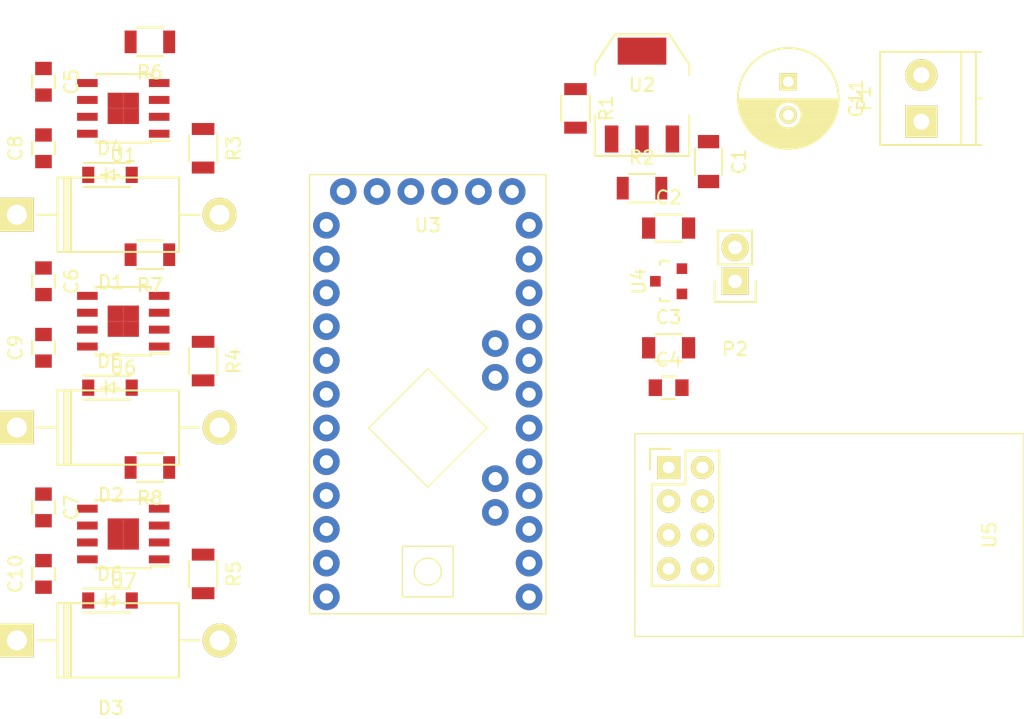
<source format=kicad_pcb>
(kicad_pcb (version 4) (host pcbnew 4.0.4-stable)

  (general
    (links 86)
    (no_connects 86)
    (area 0 0 0 0)
    (thickness 1.6)
    (drawings 0)
    (tracks 0)
    (zones 0)
    (modules 34)
    (nets 29)
  )

  (page A4)
  (title_block
    (title ZenGardenStar)
    (date 2017-03-04)
    (rev A)
    (company D.O.P.E.)
    (comment 1 "Matthew Swarts")
  )

  (layers
    (0 F.Cu signal)
    (31 B.Cu signal)
    (32 B.Adhes user)
    (33 F.Adhes user)
    (34 B.Paste user)
    (35 F.Paste user)
    (36 B.SilkS user)
    (37 F.SilkS user)
    (38 B.Mask user)
    (39 F.Mask user)
    (40 Dwgs.User user)
    (41 Cmts.User user)
    (42 Eco1.User user)
    (43 Eco2.User user)
    (44 Edge.Cuts user)
    (45 Margin user)
    (46 B.CrtYd user)
    (47 F.CrtYd user)
    (48 B.Fab user)
    (49 F.Fab user)
  )

  (setup
    (last_trace_width 0.3)
    (user_trace_width 0.6)
    (user_trace_width 0.9)
    (trace_clearance 0.8)
    (zone_clearance 0.508)
    (zone_45_only no)
    (trace_min 0.2)
    (segment_width 0.2)
    (edge_width 0.15)
    (via_size 0.6)
    (via_drill 0.4)
    (via_min_size 0.4)
    (via_min_drill 0.3)
    (uvia_size 0.3)
    (uvia_drill 0.1)
    (uvias_allowed no)
    (uvia_min_size 0.2)
    (uvia_min_drill 0.1)
    (pcb_text_width 0.3)
    (pcb_text_size 1.5 1.5)
    (mod_edge_width 0.15)
    (mod_text_size 1 1)
    (mod_text_width 0.15)
    (pad_size 1.524 1.524)
    (pad_drill 0.762)
    (pad_to_mask_clearance 0.2)
    (aux_axis_origin 0 0)
    (visible_elements 7FFFFFFF)
    (pcbplotparams
      (layerselection 0x00030_80000001)
      (usegerberextensions false)
      (excludeedgelayer true)
      (linewidth 0.100000)
      (plotframeref false)
      (viasonmask false)
      (mode 1)
      (useauxorigin false)
      (hpglpennumber 1)
      (hpglpenspeed 20)
      (hpglpendiameter 15)
      (hpglpenoverlay 2)
      (psnegative false)
      (psa4output false)
      (plotreference true)
      (plotvalue true)
      (plotinvisibletext false)
      (padsonsilk false)
      (subtractmaskfromsilk false)
      (outputformat 1)
      (mirror false)
      (drillshape 1)
      (scaleselection 1)
      (outputdirectory ""))
  )

  (net 0 "")
  (net 1 V36)
  (net 2 GND)
  (net 3 V50)
  (net 4 V33)
  (net 5 "Net-(R1-Pad2)")
  (net 6 PWM_R)
  (net 7 CE)
  (net 8 SCK)
  (net 9 MISO)
  (net 10 MOSI)
  (net 11 CSN)
  (net 12 "Net-(C5-Pad1)")
  (net 13 "Net-(C6-Pad1)")
  (net 14 "Net-(C7-Pad1)")
  (net 15 "Net-(C8-Pad1)")
  (net 16 "Net-(C8-Pad2)")
  (net 17 "Net-(C9-Pad1)")
  (net 18 "Net-(C9-Pad2)")
  (net 19 "Net-(C10-Pad1)")
  (net 20 "Net-(C10-Pad2)")
  (net 21 "Net-(R3-Pad1)")
  (net 22 "Net-(R4-Pad1)")
  (net 23 "Net-(R5-Pad1)")
  (net 24 "Net-(R6-Pad1)")
  (net 25 "Net-(R7-Pad1)")
  (net 26 "Net-(R8-Pad1)")
  (net 27 PWM_B)
  (net 28 PWM_G)

  (net_class Default "This is the default net class."
    (clearance 0.8)
    (trace_width 0.3)
    (via_dia 0.6)
    (via_drill 0.4)
    (uvia_dia 0.3)
    (uvia_drill 0.1)
    (add_net CE)
    (add_net CSN)
    (add_net GND)
    (add_net MISO)
    (add_net MOSI)
    (add_net "Net-(C10-Pad1)")
    (add_net "Net-(C10-Pad2)")
    (add_net "Net-(C5-Pad1)")
    (add_net "Net-(C6-Pad1)")
    (add_net "Net-(C7-Pad1)")
    (add_net "Net-(C8-Pad1)")
    (add_net "Net-(C8-Pad2)")
    (add_net "Net-(C9-Pad1)")
    (add_net "Net-(C9-Pad2)")
    (add_net "Net-(R1-Pad2)")
    (add_net "Net-(R3-Pad1)")
    (add_net "Net-(R4-Pad1)")
    (add_net "Net-(R5-Pad1)")
    (add_net "Net-(R6-Pad1)")
    (add_net "Net-(R7-Pad1)")
    (add_net "Net-(R8-Pad1)")
    (add_net PWM_B)
    (add_net PWM_G)
    (add_net PWM_R)
    (add_net SCK)
    (add_net V33)
    (add_net V36)
    (add_net V50)
  )

  (module Capacitors_SMD:C_1206 (layer F.Cu) (tedit 5415D7BD) (tstamp 58BB9A6B)
    (at 163 77 270)
    (descr "Capacitor SMD 1206, reflow soldering, AVX (see smccp.pdf)")
    (tags "capacitor 1206")
    (path /58BB93B9)
    (attr smd)
    (fp_text reference C1 (at 0 -2.3 270) (layer F.SilkS)
      (effects (font (size 1 1) (thickness 0.15)))
    )
    (fp_text value "10uF 50V" (at 0 2.3 270) (layer F.Fab)
      (effects (font (size 1 1) (thickness 0.15)))
    )
    (fp_line (start -2.3 -1.15) (end 2.3 -1.15) (layer F.CrtYd) (width 0.05))
    (fp_line (start -2.3 1.15) (end 2.3 1.15) (layer F.CrtYd) (width 0.05))
    (fp_line (start -2.3 -1.15) (end -2.3 1.15) (layer F.CrtYd) (width 0.05))
    (fp_line (start 2.3 -1.15) (end 2.3 1.15) (layer F.CrtYd) (width 0.05))
    (fp_line (start 1 -1.025) (end -1 -1.025) (layer F.SilkS) (width 0.15))
    (fp_line (start -1 1.025) (end 1 1.025) (layer F.SilkS) (width 0.15))
    (pad 1 smd rect (at -1.5 0 270) (size 1 1.6) (layers F.Cu F.Paste F.Mask)
      (net 1 V36))
    (pad 2 smd rect (at 1.5 0 270) (size 1 1.6) (layers F.Cu F.Paste F.Mask)
      (net 2 GND))
    (model Capacitors_SMD.3dshapes/C_1206.wrl
      (at (xyz 0 0 0))
      (scale (xyz 1 1 1))
      (rotate (xyz 0 0 0))
    )
  )

  (module Capacitors_SMD:C_1206 (layer F.Cu) (tedit 5415D7BD) (tstamp 58BB9A71)
    (at 160 82)
    (descr "Capacitor SMD 1206, reflow soldering, AVX (see smccp.pdf)")
    (tags "capacitor 1206")
    (path /58BB9BC3)
    (attr smd)
    (fp_text reference C2 (at 0 -2.3) (layer F.SilkS)
      (effects (font (size 1 1) (thickness 0.15)))
    )
    (fp_text value "10uF 10V" (at 0 2.3) (layer F.Fab)
      (effects (font (size 1 1) (thickness 0.15)))
    )
    (fp_line (start -2.3 -1.15) (end 2.3 -1.15) (layer F.CrtYd) (width 0.05))
    (fp_line (start -2.3 1.15) (end 2.3 1.15) (layer F.CrtYd) (width 0.05))
    (fp_line (start -2.3 -1.15) (end -2.3 1.15) (layer F.CrtYd) (width 0.05))
    (fp_line (start 2.3 -1.15) (end 2.3 1.15) (layer F.CrtYd) (width 0.05))
    (fp_line (start 1 -1.025) (end -1 -1.025) (layer F.SilkS) (width 0.15))
    (fp_line (start -1 1.025) (end 1 1.025) (layer F.SilkS) (width 0.15))
    (pad 1 smd rect (at -1.5 0) (size 1 1.6) (layers F.Cu F.Paste F.Mask)
      (net 3 V50))
    (pad 2 smd rect (at 1.5 0) (size 1 1.6) (layers F.Cu F.Paste F.Mask)
      (net 2 GND))
    (model Capacitors_SMD.3dshapes/C_1206.wrl
      (at (xyz 0 0 0))
      (scale (xyz 1 1 1))
      (rotate (xyz 0 0 0))
    )
  )

  (module Capacitors_SMD:C_1206 (layer F.Cu) (tedit 5415D7BD) (tstamp 58BB9A77)
    (at 160 91)
    (descr "Capacitor SMD 1206, reflow soldering, AVX (see smccp.pdf)")
    (tags "capacitor 1206")
    (path /58BB73D6)
    (attr smd)
    (fp_text reference C3 (at 0 -2.3) (layer F.SilkS)
      (effects (font (size 1 1) (thickness 0.15)))
    )
    (fp_text value 10uF (at 0 2.3) (layer F.Fab)
      (effects (font (size 1 1) (thickness 0.15)))
    )
    (fp_line (start -2.3 -1.15) (end 2.3 -1.15) (layer F.CrtYd) (width 0.05))
    (fp_line (start -2.3 1.15) (end 2.3 1.15) (layer F.CrtYd) (width 0.05))
    (fp_line (start -2.3 -1.15) (end -2.3 1.15) (layer F.CrtYd) (width 0.05))
    (fp_line (start 2.3 -1.15) (end 2.3 1.15) (layer F.CrtYd) (width 0.05))
    (fp_line (start 1 -1.025) (end -1 -1.025) (layer F.SilkS) (width 0.15))
    (fp_line (start -1 1.025) (end 1 1.025) (layer F.SilkS) (width 0.15))
    (pad 1 smd rect (at -1.5 0) (size 1 1.6) (layers F.Cu F.Paste F.Mask)
      (net 4 V33))
    (pad 2 smd rect (at 1.5 0) (size 1 1.6) (layers F.Cu F.Paste F.Mask)
      (net 2 GND))
    (model Capacitors_SMD.3dshapes/C_1206.wrl
      (at (xyz 0 0 0))
      (scale (xyz 1 1 1))
      (rotate (xyz 0 0 0))
    )
  )

  (module Capacitors_SMD:C_0805 (layer F.Cu) (tedit 5415D6EA) (tstamp 58BB9A7D)
    (at 160 94)
    (descr "Capacitor SMD 0805, reflow soldering, AVX (see smccp.pdf)")
    (tags "capacitor 0805")
    (path /58BB7372)
    (attr smd)
    (fp_text reference C4 (at 0 -2.1) (layer F.SilkS)
      (effects (font (size 1 1) (thickness 0.15)))
    )
    (fp_text value 0.1uF (at 0 2.1) (layer F.Fab)
      (effects (font (size 1 1) (thickness 0.15)))
    )
    (fp_line (start -1.8 -1) (end 1.8 -1) (layer F.CrtYd) (width 0.05))
    (fp_line (start -1.8 1) (end 1.8 1) (layer F.CrtYd) (width 0.05))
    (fp_line (start -1.8 -1) (end -1.8 1) (layer F.CrtYd) (width 0.05))
    (fp_line (start 1.8 -1) (end 1.8 1) (layer F.CrtYd) (width 0.05))
    (fp_line (start 0.5 -0.85) (end -0.5 -0.85) (layer F.SilkS) (width 0.15))
    (fp_line (start -0.5 0.85) (end 0.5 0.85) (layer F.SilkS) (width 0.15))
    (pad 1 smd rect (at -1 0) (size 1 1.25) (layers F.Cu F.Paste F.Mask)
      (net 4 V33))
    (pad 2 smd rect (at 1 0) (size 1 1.25) (layers F.Cu F.Paste F.Mask)
      (net 2 GND))
    (model Capacitors_SMD.3dshapes/C_0805.wrl
      (at (xyz 0 0 0))
      (scale (xyz 1 1 1))
      (rotate (xyz 0 0 0))
    )
  )

  (module Terminal_Blocks:TerminalBlock_Pheonix_PT-3.5mm_2pol (layer F.Cu) (tedit 0) (tstamp 58BB9A83)
    (at 179 74 90)
    (descr "2-way 3.5mm pitch terminal block, Phoenix PT series")
    (path /58BB729C)
    (fp_text reference P1 (at 1.75 -4.3 90) (layer F.SilkS)
      (effects (font (size 1 1) (thickness 0.15)))
    )
    (fp_text value CONN_01X02 (at 1.75 6 90) (layer F.Fab)
      (effects (font (size 1 1) (thickness 0.15)))
    )
    (fp_line (start -1.9 -3.3) (end 5.4 -3.3) (layer F.CrtYd) (width 0.05))
    (fp_line (start -1.9 4.7) (end -1.9 -3.3) (layer F.CrtYd) (width 0.05))
    (fp_line (start 5.4 4.7) (end -1.9 4.7) (layer F.CrtYd) (width 0.05))
    (fp_line (start 5.4 -3.3) (end 5.4 4.7) (layer F.CrtYd) (width 0.05))
    (fp_line (start 1.75 4.1) (end 1.75 4.5) (layer F.SilkS) (width 0.15))
    (fp_line (start -1.75 3) (end 5.25 3) (layer F.SilkS) (width 0.15))
    (fp_line (start -1.75 4.1) (end 5.25 4.1) (layer F.SilkS) (width 0.15))
    (fp_line (start -1.75 -3.1) (end -1.75 4.5) (layer F.SilkS) (width 0.15))
    (fp_line (start 5.25 4.5) (end 5.25 -3.1) (layer F.SilkS) (width 0.15))
    (fp_line (start 5.25 -3.1) (end -1.75 -3.1) (layer F.SilkS) (width 0.15))
    (pad 2 thru_hole circle (at 3.5 0 90) (size 2.4 2.4) (drill 1.2) (layers *.Cu *.Mask F.SilkS)
      (net 1 V36))
    (pad 1 thru_hole rect (at 0 0 90) (size 2.4 2.4) (drill 1.2) (layers *.Cu *.Mask F.SilkS)
      (net 2 GND))
    (model Terminal_Blocks.3dshapes/TerminalBlock_Pheonix_PT-3.5mm_2pol.wrl
      (at (xyz 0 0 0))
      (scale (xyz 1 1 1))
      (rotate (xyz 0 0 0))
    )
  )

  (module Pin_Headers:Pin_Header_Straight_1x02 (layer F.Cu) (tedit 54EA090C) (tstamp 58BB9A89)
    (at 165 86 180)
    (descr "Through hole pin header")
    (tags "pin header")
    (path /58BBCD5F)
    (fp_text reference P2 (at 0 -5.1 180) (layer F.SilkS)
      (effects (font (size 1 1) (thickness 0.15)))
    )
    (fp_text value CONN_01X02 (at 0 -3.1 180) (layer F.Fab)
      (effects (font (size 1 1) (thickness 0.15)))
    )
    (fp_line (start 1.27 1.27) (end 1.27 3.81) (layer F.SilkS) (width 0.15))
    (fp_line (start 1.55 -1.55) (end 1.55 0) (layer F.SilkS) (width 0.15))
    (fp_line (start -1.75 -1.75) (end -1.75 4.3) (layer F.CrtYd) (width 0.05))
    (fp_line (start 1.75 -1.75) (end 1.75 4.3) (layer F.CrtYd) (width 0.05))
    (fp_line (start -1.75 -1.75) (end 1.75 -1.75) (layer F.CrtYd) (width 0.05))
    (fp_line (start -1.75 4.3) (end 1.75 4.3) (layer F.CrtYd) (width 0.05))
    (fp_line (start 1.27 1.27) (end -1.27 1.27) (layer F.SilkS) (width 0.15))
    (fp_line (start -1.55 0) (end -1.55 -1.55) (layer F.SilkS) (width 0.15))
    (fp_line (start -1.55 -1.55) (end 1.55 -1.55) (layer F.SilkS) (width 0.15))
    (fp_line (start -1.27 1.27) (end -1.27 3.81) (layer F.SilkS) (width 0.15))
    (fp_line (start -1.27 3.81) (end 1.27 3.81) (layer F.SilkS) (width 0.15))
    (pad 1 thru_hole rect (at 0 0 180) (size 2.032 2.032) (drill 1.016) (layers *.Cu *.Mask F.SilkS)
      (net 3 V50))
    (pad 2 thru_hole oval (at 0 2.54 180) (size 2.032 2.032) (drill 1.016) (layers *.Cu *.Mask F.SilkS)
      (net 4 V33))
    (model Pin_Headers.3dshapes/Pin_Header_Straight_1x02.wrl
      (at (xyz 0 -0.05 0))
      (scale (xyz 1 1 1))
      (rotate (xyz 0 0 90))
    )
  )

  (module Resistors_SMD:R_1206 (layer F.Cu) (tedit 5415CFA7) (tstamp 58BB9A8F)
    (at 153 73 270)
    (descr "Resistor SMD 1206, reflow soldering, Vishay (see dcrcw.pdf)")
    (tags "resistor 1206")
    (path /58BB9D00)
    (attr smd)
    (fp_text reference R1 (at 0 -2.3 270) (layer F.SilkS)
      (effects (font (size 1 1) (thickness 0.15)))
    )
    (fp_text value 330 (at 0 2.3 270) (layer F.Fab)
      (effects (font (size 1 1) (thickness 0.15)))
    )
    (fp_line (start -2.2 -1.2) (end 2.2 -1.2) (layer F.CrtYd) (width 0.05))
    (fp_line (start -2.2 1.2) (end 2.2 1.2) (layer F.CrtYd) (width 0.05))
    (fp_line (start -2.2 -1.2) (end -2.2 1.2) (layer F.CrtYd) (width 0.05))
    (fp_line (start 2.2 -1.2) (end 2.2 1.2) (layer F.CrtYd) (width 0.05))
    (fp_line (start 1 1.075) (end -1 1.075) (layer F.SilkS) (width 0.15))
    (fp_line (start -1 -1.075) (end 1 -1.075) (layer F.SilkS) (width 0.15))
    (pad 1 smd rect (at -1.45 0 270) (size 0.9 1.7) (layers F.Cu F.Paste F.Mask)
      (net 3 V50))
    (pad 2 smd rect (at 1.45 0 270) (size 0.9 1.7) (layers F.Cu F.Paste F.Mask)
      (net 5 "Net-(R1-Pad2)"))
    (model Resistors_SMD.3dshapes/R_1206.wrl
      (at (xyz 0 0 0))
      (scale (xyz 1 1 1))
      (rotate (xyz 0 0 0))
    )
  )

  (module Resistors_SMD:R_1206 (layer F.Cu) (tedit 5415CFA7) (tstamp 58BB9A95)
    (at 158 79)
    (descr "Resistor SMD 1206, reflow soldering, Vishay (see dcrcw.pdf)")
    (tags "resistor 1206")
    (path /58BB9D83)
    (attr smd)
    (fp_text reference R2 (at 0 -2.3) (layer F.SilkS)
      (effects (font (size 1 1) (thickness 0.15)))
    )
    (fp_text value 1K (at 0 2.3) (layer F.Fab)
      (effects (font (size 1 1) (thickness 0.15)))
    )
    (fp_line (start -2.2 -1.2) (end 2.2 -1.2) (layer F.CrtYd) (width 0.05))
    (fp_line (start -2.2 1.2) (end 2.2 1.2) (layer F.CrtYd) (width 0.05))
    (fp_line (start -2.2 -1.2) (end -2.2 1.2) (layer F.CrtYd) (width 0.05))
    (fp_line (start 2.2 -1.2) (end 2.2 1.2) (layer F.CrtYd) (width 0.05))
    (fp_line (start 1 1.075) (end -1 1.075) (layer F.SilkS) (width 0.15))
    (fp_line (start -1 -1.075) (end 1 -1.075) (layer F.SilkS) (width 0.15))
    (pad 1 smd rect (at -1.45 0) (size 0.9 1.7) (layers F.Cu F.Paste F.Mask)
      (net 5 "Net-(R1-Pad2)"))
    (pad 2 smd rect (at 1.45 0) (size 0.9 1.7) (layers F.Cu F.Paste F.Mask)
      (net 2 GND))
    (model Resistors_SMD.3dshapes/R_1206.wrl
      (at (xyz 0 0 0))
      (scale (xyz 1 1 1))
      (rotate (xyz 0 0 0))
    )
  )

  (module TO_SOT_Packages_SMD:SOT-223 (layer F.Cu) (tedit 0) (tstamp 58BB9AA9)
    (at 158 72)
    (descr "module CMS SOT223 4 pins")
    (tags "CMS SOT")
    (path /58BB9015)
    (attr smd)
    (fp_text reference U2 (at 0 -0.762) (layer F.SilkS)
      (effects (font (size 1 1) (thickness 0.15)))
    )
    (fp_text value LM317_SOT223 (at 0 0.762) (layer F.Fab)
      (effects (font (size 1 1) (thickness 0.15)))
    )
    (fp_line (start -3.556 1.524) (end -3.556 4.572) (layer F.SilkS) (width 0.15))
    (fp_line (start -3.556 4.572) (end 3.556 4.572) (layer F.SilkS) (width 0.15))
    (fp_line (start 3.556 4.572) (end 3.556 1.524) (layer F.SilkS) (width 0.15))
    (fp_line (start -3.556 -1.524) (end -3.556 -2.286) (layer F.SilkS) (width 0.15))
    (fp_line (start -3.556 -2.286) (end -2.032 -4.572) (layer F.SilkS) (width 0.15))
    (fp_line (start -2.032 -4.572) (end 2.032 -4.572) (layer F.SilkS) (width 0.15))
    (fp_line (start 2.032 -4.572) (end 3.556 -2.286) (layer F.SilkS) (width 0.15))
    (fp_line (start 3.556 -2.286) (end 3.556 -1.524) (layer F.SilkS) (width 0.15))
    (pad 4 smd rect (at 0 -3.302) (size 3.6576 2.032) (layers F.Cu F.Paste F.Mask))
    (pad 2 smd rect (at 0 3.302) (size 1.016 2.032) (layers F.Cu F.Paste F.Mask)
      (net 3 V50))
    (pad 3 smd rect (at 2.286 3.302) (size 1.016 2.032) (layers F.Cu F.Paste F.Mask)
      (net 1 V36))
    (pad 1 smd rect (at -2.286 3.302) (size 1.016 2.032) (layers F.Cu F.Paste F.Mask)
      (net 5 "Net-(R1-Pad2)"))
    (model TO_SOT_Packages_SMD.3dshapes/SOT-223.wrl
      (at (xyz 0 0 0))
      (scale (xyz 0.4 0.4 0.4))
      (rotate (xyz 0 0 0))
    )
  )

  (module MyKiCadParts:ArduinoProMini328 (layer F.Cu) (tedit 5804EFA4) (tstamp 58BB9ACF)
    (at 133 111)
    (path /58BB7402)
    (fp_text reference U3 (at 8.89 -29.21) (layer F.SilkS)
      (effects (font (size 1 1) (thickness 0.15)))
    )
    (fp_text value ArduinoProMini328 (at 8.89 -34.29) (layer F.Fab)
      (effects (font (size 1 1) (thickness 0.15)))
    )
    (fp_line (start 8.89 -18.415) (end 4.445 -13.97) (layer F.SilkS) (width 0.1))
    (fp_line (start 4.445 -13.97) (end 8.89 -9.525) (layer F.SilkS) (width 0.1))
    (fp_line (start 8.89 -9.525) (end 13.335 -13.97) (layer F.SilkS) (width 0.1))
    (fp_line (start 13.335 -13.97) (end 8.89 -18.415) (layer F.SilkS) (width 0.1))
    (fp_circle (center 8.89 -3.175) (end 9.906 -3.175) (layer F.SilkS) (width 0.1))
    (fp_line (start 6.985 -5.08) (end 6.985 -1.27) (layer F.SilkS) (width 0.1))
    (fp_line (start 6.985 -1.27) (end 10.795 -1.27) (layer F.SilkS) (width 0.1))
    (fp_line (start 10.795 -1.27) (end 10.795 -5.08) (layer F.SilkS) (width 0.1))
    (fp_line (start 10.795 -5.08) (end 6.985 -5.08) (layer F.SilkS) (width 0.1))
    (fp_line (start 0 0) (end 17.78 0) (layer F.SilkS) (width 0.1))
    (fp_line (start 17.78 0) (end 17.78 -33.02) (layer F.SilkS) (width 0.1))
    (fp_line (start 17.78 -33.02) (end 0 -33.02) (layer F.SilkS) (width 0.1))
    (fp_line (start 0 -33.02) (end 0 0) (layer F.SilkS) (width 0.1))
    (pad 12 thru_hole circle (at 1.27 -1.27) (size 2 2) (drill 1) (layers *.Cu *.Mask)
      (net 7 CE))
    (pad 11 thru_hole circle (at 1.27 -3.81) (size 2 2) (drill 1) (layers *.Cu *.Mask))
    (pad 10 thru_hole circle (at 1.27 -6.35) (size 2 2) (drill 1) (layers *.Cu *.Mask))
    (pad 9 thru_hole circle (at 1.27 -8.89) (size 2 2) (drill 1) (layers *.Cu *.Mask)
      (net 27 PWM_B))
    (pad 8 thru_hole circle (at 1.27 -11.43) (size 2 2) (drill 1) (layers *.Cu *.Mask)
      (net 28 PWM_G))
    (pad 7 thru_hole circle (at 1.27 -13.97) (size 2 2) (drill 1) (layers *.Cu *.Mask))
    (pad 6 thru_hole circle (at 1.27 -16.51) (size 2 2) (drill 1) (layers *.Cu *.Mask)
      (net 6 PWM_R))
    (pad 5 thru_hole circle (at 1.27 -19.05) (size 2 2) (drill 1) (layers *.Cu *.Mask))
    (pad 4 thru_hole circle (at 1.27 -21.59) (size 2 2) (drill 1) (layers *.Cu *.Mask)
      (net 2 GND))
    (pad 3 thru_hole circle (at 1.27 -24.13) (size 2 2) (drill 1) (layers *.Cu *.Mask))
    (pad 2 thru_hole circle (at 1.27 -26.67) (size 2 2) (drill 1) (layers *.Cu *.Mask))
    (pad 1 thru_hole circle (at 1.27 -29.21) (size 2 2) (drill 1) (layers *.Cu *.Mask))
    (pad 30 thru_hole circle (at 2.54 -31.75) (size 2 2) (drill 1) (layers *.Cu *.Mask))
    (pad 29 thru_hole circle (at 5.08 -31.75) (size 2 2) (drill 1) (layers *.Cu *.Mask))
    (pad 28 thru_hole circle (at 7.62 -31.75) (size 2 2) (drill 1) (layers *.Cu *.Mask))
    (pad 27 thru_hole circle (at 10.16 -31.75) (size 2 2) (drill 1) (layers *.Cu *.Mask))
    (pad 26 thru_hole circle (at 12.7 -31.75) (size 2 2) (drill 1) (layers *.Cu *.Mask))
    (pad 25 thru_hole circle (at 15.24 -31.75) (size 2 2) (drill 1) (layers *.Cu *.Mask))
    (pad 24 thru_hole circle (at 16.51 -29.21) (size 2 2) (drill 1) (layers *.Cu *.Mask))
    (pad 23 thru_hole circle (at 16.51 -26.67) (size 2 2) (drill 1) (layers *.Cu *.Mask)
      (net 2 GND))
    (pad 22 thru_hole circle (at 16.51 -24.13) (size 2 2) (drill 1) (layers *.Cu *.Mask))
    (pad 21 thru_hole circle (at 16.51 -21.59) (size 2 2) (drill 1) (layers *.Cu *.Mask)
      (net 3 V50))
    (pad 20 thru_hole circle (at 16.51 -19.05) (size 2 2) (drill 1) (layers *.Cu *.Mask))
    (pad 19 thru_hole circle (at 16.51 -16.51) (size 2 2) (drill 1) (layers *.Cu *.Mask))
    (pad 18 thru_hole circle (at 16.51 -13.97) (size 2 2) (drill 1) (layers *.Cu *.Mask))
    (pad 17 thru_hole circle (at 16.51 -11.43) (size 2 2) (drill 1) (layers *.Cu *.Mask))
    (pad 16 thru_hole circle (at 16.51 -8.89) (size 2 2) (drill 1) (layers *.Cu *.Mask)
      (net 8 SCK))
    (pad 15 thru_hole circle (at 16.51 -6.35) (size 2 2) (drill 1) (layers *.Cu *.Mask)
      (net 9 MISO))
    (pad 14 thru_hole circle (at 16.51 -3.81) (size 2 2) (drill 1) (layers *.Cu *.Mask)
      (net 10 MOSI))
    (pad 13 thru_hole circle (at 16.51 -1.27) (size 2 2) (drill 1) (layers *.Cu *.Mask)
      (net 11 CSN))
    (pad 34 thru_hole circle (at 13.97 -7.62) (size 2 2) (drill 1) (layers *.Cu *.Mask))
    (pad 33 thru_hole circle (at 13.97 -10.16) (size 2 2) (drill 1) (layers *.Cu *.Mask))
    (pad 31 thru_hole circle (at 13.97 -20.32) (size 2 2) (drill 1) (layers *.Cu *.Mask))
    (pad 32 thru_hole circle (at 13.97 -17.78) (size 2 2) (drill 1) (layers *.Cu *.Mask))
  )

  (module TO_SOT_Packages_SMD:SOT-23 (layer F.Cu) (tedit 553634F8) (tstamp 58BB9AD6)
    (at 160 86 90)
    (descr "SOT-23, Standard")
    (tags SOT-23)
    (path /58BBB9AD)
    (attr smd)
    (fp_text reference U4 (at 0 -2.25 90) (layer F.SilkS)
      (effects (font (size 1 1) (thickness 0.15)))
    )
    (fp_text value MCP1700 (at 0 2.3 90) (layer F.Fab)
      (effects (font (size 1 1) (thickness 0.15)))
    )
    (fp_line (start -1.65 -1.6) (end 1.65 -1.6) (layer F.CrtYd) (width 0.05))
    (fp_line (start 1.65 -1.6) (end 1.65 1.6) (layer F.CrtYd) (width 0.05))
    (fp_line (start 1.65 1.6) (end -1.65 1.6) (layer F.CrtYd) (width 0.05))
    (fp_line (start -1.65 1.6) (end -1.65 -1.6) (layer F.CrtYd) (width 0.05))
    (fp_line (start 1.29916 -0.65024) (end 1.2509 -0.65024) (layer F.SilkS) (width 0.15))
    (fp_line (start -1.49982 0.0508) (end -1.49982 -0.65024) (layer F.SilkS) (width 0.15))
    (fp_line (start -1.49982 -0.65024) (end -1.2509 -0.65024) (layer F.SilkS) (width 0.15))
    (fp_line (start 1.29916 -0.65024) (end 1.49982 -0.65024) (layer F.SilkS) (width 0.15))
    (fp_line (start 1.49982 -0.65024) (end 1.49982 0.0508) (layer F.SilkS) (width 0.15))
    (pad 1 smd rect (at -0.95 1.00076 90) (size 0.8001 0.8001) (layers F.Cu F.Paste F.Mask)
      (net 2 GND))
    (pad 2 smd rect (at 0.95 1.00076 90) (size 0.8001 0.8001) (layers F.Cu F.Paste F.Mask)
      (net 4 V33))
    (pad 3 smd rect (at 0 -0.99822 90) (size 0.8001 0.8001) (layers F.Cu F.Paste F.Mask)
      (net 3 V50))
    (model TO_SOT_Packages_SMD.3dshapes/SOT-23.wrl
      (at (xyz 0 0 0))
      (scale (xyz 1 1 1))
      (rotate (xyz 0 0 0))
    )
  )

  (module MyKiCadParts:NRF24L01+ (layer F.Cu) (tedit 57EBA68D) (tstamp 58BB9AE2)
    (at 160 100)
    (descr "Through hole pin header")
    (tags "pin header")
    (path /58BB733B)
    (fp_text reference U5 (at 24.13 5.08 90) (layer F.SilkS)
      (effects (font (size 1 1) (thickness 0.15)))
    )
    (fp_text value NRF24L01+ (at 25.4 5.08 90) (layer F.Fab)
      (effects (font (size 1 1) (thickness 0.15)))
    )
    (fp_line (start -2.54 -2.54) (end 26.67 -2.54) (layer F.SilkS) (width 0.1))
    (fp_line (start 26.67 -2.54) (end 26.67 12.7) (layer F.SilkS) (width 0.1))
    (fp_line (start 26.67 12.7) (end -2.54 12.7) (layer F.SilkS) (width 0.1))
    (fp_line (start -2.54 -2.54) (end -2.54 12.7) (layer F.SilkS) (width 0.1))
    (fp_line (start -1.75 -1.75) (end -1.75 9.4) (layer F.CrtYd) (width 0.05))
    (fp_line (start 4.3 -1.75) (end 4.3 9.4) (layer F.CrtYd) (width 0.05))
    (fp_line (start -1.75 -1.75) (end 4.3 -1.75) (layer F.CrtYd) (width 0.05))
    (fp_line (start -1.75 9.4) (end 4.3 9.4) (layer F.CrtYd) (width 0.05))
    (fp_line (start -1.27 1.27) (end -1.27 8.89) (layer F.SilkS) (width 0.15))
    (fp_line (start -1.27 8.89) (end 3.81 8.89) (layer F.SilkS) (width 0.15))
    (fp_line (start 3.81 8.89) (end 3.81 -1.27) (layer F.SilkS) (width 0.15))
    (fp_line (start 3.81 -1.27) (end 1.27 -1.27) (layer F.SilkS) (width 0.15))
    (fp_line (start 0.127 -1.3976) (end -1.423 -1.3976) (layer F.SilkS) (width 0.15))
    (fp_line (start 1.27 -1.27) (end 1.27 1.27) (layer F.SilkS) (width 0.15))
    (fp_line (start 1.27 1.27) (end -1.27 1.27) (layer F.SilkS) (width 0.15))
    (fp_line (start -1.3976 -1.3976) (end -1.3976 0.1524) (layer F.SilkS) (width 0.15))
    (pad 1 thru_hole rect (at 0 0) (size 1.7272 1.7272) (drill 0.9) (layers *.Cu *.Mask F.SilkS)
      (net 2 GND))
    (pad 2 thru_hole oval (at 2.54 0) (size 1.7272 1.7272) (drill 0.9) (layers *.Cu *.Mask F.SilkS)
      (net 4 V33))
    (pad 3 thru_hole oval (at 0 2.54) (size 1.7272 1.7272) (drill 0.9) (layers *.Cu *.Mask F.SilkS)
      (net 7 CE))
    (pad 4 thru_hole oval (at 2.54 2.54) (size 1.7272 1.7272) (drill 0.9) (layers *.Cu *.Mask F.SilkS)
      (net 11 CSN))
    (pad 5 thru_hole oval (at 0 5.08) (size 1.7272 1.7272) (drill 0.9) (layers *.Cu *.Mask F.SilkS)
      (net 8 SCK))
    (pad 6 thru_hole oval (at 2.54 5.08) (size 1.7272 1.7272) (drill 0.9) (layers *.Cu *.Mask F.SilkS)
      (net 9 MISO))
    (pad 7 thru_hole oval (at 0 7.62) (size 1.7272 1.7272) (drill 0.9) (layers *.Cu *.Mask F.SilkS)
      (net 10 MOSI))
    (pad 8 thru_hole oval (at 2.54 7.62) (size 1.7272 1.7272) (drill 0.9) (layers *.Cu *.Mask F.SilkS))
    (model Pin_Headers.3dshapes/Pin_Header_Straight_2x04.wrl
      (at (xyz 0.05 -0.15 0))
      (scale (xyz 1 1 1))
      (rotate (xyz 0 0 90))
    )
  )

  (module Capacitors_SMD:C_0805 (layer F.Cu) (tedit 5415D6EA) (tstamp 58C1D1C1)
    (at 113 71 270)
    (descr "Capacitor SMD 0805, reflow soldering, AVX (see smccp.pdf)")
    (tags "capacitor 0805")
    (path /58BCCDA1)
    (attr smd)
    (fp_text reference C5 (at 0 -2.1 270) (layer F.SilkS)
      (effects (font (size 1 1) (thickness 0.15)))
    )
    (fp_text value "0.1uF 10V" (at 0 2.1 270) (layer F.Fab)
      (effects (font (size 1 1) (thickness 0.15)))
    )
    (fp_line (start -1.8 -1) (end 1.8 -1) (layer F.CrtYd) (width 0.05))
    (fp_line (start -1.8 1) (end 1.8 1) (layer F.CrtYd) (width 0.05))
    (fp_line (start -1.8 -1) (end -1.8 1) (layer F.CrtYd) (width 0.05))
    (fp_line (start 1.8 -1) (end 1.8 1) (layer F.CrtYd) (width 0.05))
    (fp_line (start 0.5 -0.85) (end -0.5 -0.85) (layer F.SilkS) (width 0.15))
    (fp_line (start -0.5 0.85) (end 0.5 0.85) (layer F.SilkS) (width 0.15))
    (pad 1 smd rect (at -1 0 270) (size 1 1.25) (layers F.Cu F.Paste F.Mask)
      (net 12 "Net-(C5-Pad1)"))
    (pad 2 smd rect (at 1 0 270) (size 1 1.25) (layers F.Cu F.Paste F.Mask)
      (net 2 GND))
    (model Capacitors_SMD.3dshapes/C_0805.wrl
      (at (xyz 0 0 0))
      (scale (xyz 1 1 1))
      (rotate (xyz 0 0 0))
    )
  )

  (module Capacitors_SMD:C_0805 (layer F.Cu) (tedit 5415D6EA) (tstamp 58C1D1C7)
    (at 113 86 270)
    (descr "Capacitor SMD 0805, reflow soldering, AVX (see smccp.pdf)")
    (tags "capacitor 0805")
    (path /58C1DE2F)
    (attr smd)
    (fp_text reference C6 (at 0 -2.1 270) (layer F.SilkS)
      (effects (font (size 1 1) (thickness 0.15)))
    )
    (fp_text value "0.1uF 10V" (at 0 2.1 270) (layer F.Fab)
      (effects (font (size 1 1) (thickness 0.15)))
    )
    (fp_line (start -1.8 -1) (end 1.8 -1) (layer F.CrtYd) (width 0.05))
    (fp_line (start -1.8 1) (end 1.8 1) (layer F.CrtYd) (width 0.05))
    (fp_line (start -1.8 -1) (end -1.8 1) (layer F.CrtYd) (width 0.05))
    (fp_line (start 1.8 -1) (end 1.8 1) (layer F.CrtYd) (width 0.05))
    (fp_line (start 0.5 -0.85) (end -0.5 -0.85) (layer F.SilkS) (width 0.15))
    (fp_line (start -0.5 0.85) (end 0.5 0.85) (layer F.SilkS) (width 0.15))
    (pad 1 smd rect (at -1 0 270) (size 1 1.25) (layers F.Cu F.Paste F.Mask)
      (net 13 "Net-(C6-Pad1)"))
    (pad 2 smd rect (at 1 0 270) (size 1 1.25) (layers F.Cu F.Paste F.Mask)
      (net 2 GND))
    (model Capacitors_SMD.3dshapes/C_0805.wrl
      (at (xyz 0 0 0))
      (scale (xyz 1 1 1))
      (rotate (xyz 0 0 0))
    )
  )

  (module Capacitors_SMD:C_0805 (layer F.Cu) (tedit 5415D6EA) (tstamp 58C1D1CD)
    (at 113 103 270)
    (descr "Capacitor SMD 0805, reflow soldering, AVX (see smccp.pdf)")
    (tags "capacitor 0805")
    (path /58C1E259)
    (attr smd)
    (fp_text reference C7 (at 0 -2.1 270) (layer F.SilkS)
      (effects (font (size 1 1) (thickness 0.15)))
    )
    (fp_text value "0.1uF 10V" (at 0 2.1 270) (layer F.Fab)
      (effects (font (size 1 1) (thickness 0.15)))
    )
    (fp_line (start -1.8 -1) (end 1.8 -1) (layer F.CrtYd) (width 0.05))
    (fp_line (start -1.8 1) (end 1.8 1) (layer F.CrtYd) (width 0.05))
    (fp_line (start -1.8 -1) (end -1.8 1) (layer F.CrtYd) (width 0.05))
    (fp_line (start 1.8 -1) (end 1.8 1) (layer F.CrtYd) (width 0.05))
    (fp_line (start 0.5 -0.85) (end -0.5 -0.85) (layer F.SilkS) (width 0.15))
    (fp_line (start -0.5 0.85) (end 0.5 0.85) (layer F.SilkS) (width 0.15))
    (pad 1 smd rect (at -1 0 270) (size 1 1.25) (layers F.Cu F.Paste F.Mask)
      (net 14 "Net-(C7-Pad1)"))
    (pad 2 smd rect (at 1 0 270) (size 1 1.25) (layers F.Cu F.Paste F.Mask)
      (net 2 GND))
    (model Capacitors_SMD.3dshapes/C_0805.wrl
      (at (xyz 0 0 0))
      (scale (xyz 1 1 1))
      (rotate (xyz 0 0 0))
    )
  )

  (module Capacitors_SMD:C_0805 (layer F.Cu) (tedit 5415D6EA) (tstamp 58C1D1D3)
    (at 113 76 90)
    (descr "Capacitor SMD 0805, reflow soldering, AVX (see smccp.pdf)")
    (tags "capacitor 0805")
    (path /58BCCD58)
    (attr smd)
    (fp_text reference C8 (at 0 -2.1 90) (layer F.SilkS)
      (effects (font (size 1 1) (thickness 0.15)))
    )
    (fp_text value "0.047uF 50V" (at 0 2.1 90) (layer F.Fab)
      (effects (font (size 1 1) (thickness 0.15)))
    )
    (fp_line (start -1.8 -1) (end 1.8 -1) (layer F.CrtYd) (width 0.05))
    (fp_line (start -1.8 1) (end 1.8 1) (layer F.CrtYd) (width 0.05))
    (fp_line (start -1.8 -1) (end -1.8 1) (layer F.CrtYd) (width 0.05))
    (fp_line (start 1.8 -1) (end 1.8 1) (layer F.CrtYd) (width 0.05))
    (fp_line (start 0.5 -0.85) (end -0.5 -0.85) (layer F.SilkS) (width 0.15))
    (fp_line (start -0.5 0.85) (end 0.5 0.85) (layer F.SilkS) (width 0.15))
    (pad 1 smd rect (at -1 0 90) (size 1 1.25) (layers F.Cu F.Paste F.Mask)
      (net 15 "Net-(C8-Pad1)"))
    (pad 2 smd rect (at 1 0 90) (size 1 1.25) (layers F.Cu F.Paste F.Mask)
      (net 16 "Net-(C8-Pad2)"))
    (model Capacitors_SMD.3dshapes/C_0805.wrl
      (at (xyz 0 0 0))
      (scale (xyz 1 1 1))
      (rotate (xyz 0 0 0))
    )
  )

  (module Capacitors_SMD:C_0805 (layer F.Cu) (tedit 5415D6EA) (tstamp 58C1D1D9)
    (at 113 91 90)
    (descr "Capacitor SMD 0805, reflow soldering, AVX (see smccp.pdf)")
    (tags "capacitor 0805")
    (path /58C1DE29)
    (attr smd)
    (fp_text reference C9 (at 0 -2.1 90) (layer F.SilkS)
      (effects (font (size 1 1) (thickness 0.15)))
    )
    (fp_text value "0.047uF 50V" (at 0 2.1 90) (layer F.Fab)
      (effects (font (size 1 1) (thickness 0.15)))
    )
    (fp_line (start -1.8 -1) (end 1.8 -1) (layer F.CrtYd) (width 0.05))
    (fp_line (start -1.8 1) (end 1.8 1) (layer F.CrtYd) (width 0.05))
    (fp_line (start -1.8 -1) (end -1.8 1) (layer F.CrtYd) (width 0.05))
    (fp_line (start 1.8 -1) (end 1.8 1) (layer F.CrtYd) (width 0.05))
    (fp_line (start 0.5 -0.85) (end -0.5 -0.85) (layer F.SilkS) (width 0.15))
    (fp_line (start -0.5 0.85) (end 0.5 0.85) (layer F.SilkS) (width 0.15))
    (pad 1 smd rect (at -1 0 90) (size 1 1.25) (layers F.Cu F.Paste F.Mask)
      (net 17 "Net-(C9-Pad1)"))
    (pad 2 smd rect (at 1 0 90) (size 1 1.25) (layers F.Cu F.Paste F.Mask)
      (net 18 "Net-(C9-Pad2)"))
    (model Capacitors_SMD.3dshapes/C_0805.wrl
      (at (xyz 0 0 0))
      (scale (xyz 1 1 1))
      (rotate (xyz 0 0 0))
    )
  )

  (module Capacitors_SMD:C_0805 (layer F.Cu) (tedit 5415D6EA) (tstamp 58C1D1DF)
    (at 113 108 90)
    (descr "Capacitor SMD 0805, reflow soldering, AVX (see smccp.pdf)")
    (tags "capacitor 0805")
    (path /58C1E253)
    (attr smd)
    (fp_text reference C10 (at 0 -2.1 90) (layer F.SilkS)
      (effects (font (size 1 1) (thickness 0.15)))
    )
    (fp_text value "0.047uF 50V" (at 0 2.1 90) (layer F.Fab)
      (effects (font (size 1 1) (thickness 0.15)))
    )
    (fp_line (start -1.8 -1) (end 1.8 -1) (layer F.CrtYd) (width 0.05))
    (fp_line (start -1.8 1) (end 1.8 1) (layer F.CrtYd) (width 0.05))
    (fp_line (start -1.8 -1) (end -1.8 1) (layer F.CrtYd) (width 0.05))
    (fp_line (start 1.8 -1) (end 1.8 1) (layer F.CrtYd) (width 0.05))
    (fp_line (start 0.5 -0.85) (end -0.5 -0.85) (layer F.SilkS) (width 0.15))
    (fp_line (start -0.5 0.85) (end 0.5 0.85) (layer F.SilkS) (width 0.15))
    (pad 1 smd rect (at -1 0 90) (size 1 1.25) (layers F.Cu F.Paste F.Mask)
      (net 19 "Net-(C10-Pad1)"))
    (pad 2 smd rect (at 1 0 90) (size 1 1.25) (layers F.Cu F.Paste F.Mask)
      (net 20 "Net-(C10-Pad2)"))
    (model Capacitors_SMD.3dshapes/C_0805.wrl
      (at (xyz 0 0 0))
      (scale (xyz 1 1 1))
      (rotate (xyz 0 0 0))
    )
  )

  (module Capacitors_ThroughHole:C_Radial_D7.5_L11.2_P2.5 (layer F.Cu) (tedit 0) (tstamp 58C1D1E5)
    (at 169 71 270)
    (descr "Radial Electrolytic Capacitor Diameter 7.5mm x Length 11.2mm, Pitch 2.5mm")
    (tags "Electrolytic Capacitor")
    (path /58BCE639)
    (fp_text reference C11 (at 1.25 -5.1 270) (layer F.SilkS)
      (effects (font (size 1 1) (thickness 0.15)))
    )
    (fp_text value "47uF 50V" (at 1.25 5.1 270) (layer F.Fab)
      (effects (font (size 1 1) (thickness 0.15)))
    )
    (fp_line (start 1.325 -3.749) (end 1.325 3.749) (layer F.SilkS) (width 0.15))
    (fp_line (start 1.465 -3.744) (end 1.465 3.744) (layer F.SilkS) (width 0.15))
    (fp_line (start 1.605 -3.733) (end 1.605 -0.446) (layer F.SilkS) (width 0.15))
    (fp_line (start 1.605 0.446) (end 1.605 3.733) (layer F.SilkS) (width 0.15))
    (fp_line (start 1.745 -3.717) (end 1.745 -0.656) (layer F.SilkS) (width 0.15))
    (fp_line (start 1.745 0.656) (end 1.745 3.717) (layer F.SilkS) (width 0.15))
    (fp_line (start 1.885 -3.696) (end 1.885 -0.789) (layer F.SilkS) (width 0.15))
    (fp_line (start 1.885 0.789) (end 1.885 3.696) (layer F.SilkS) (width 0.15))
    (fp_line (start 2.025 -3.669) (end 2.025 -0.88) (layer F.SilkS) (width 0.15))
    (fp_line (start 2.025 0.88) (end 2.025 3.669) (layer F.SilkS) (width 0.15))
    (fp_line (start 2.165 -3.637) (end 2.165 -0.942) (layer F.SilkS) (width 0.15))
    (fp_line (start 2.165 0.942) (end 2.165 3.637) (layer F.SilkS) (width 0.15))
    (fp_line (start 2.305 -3.599) (end 2.305 -0.981) (layer F.SilkS) (width 0.15))
    (fp_line (start 2.305 0.981) (end 2.305 3.599) (layer F.SilkS) (width 0.15))
    (fp_line (start 2.445 -3.555) (end 2.445 -0.998) (layer F.SilkS) (width 0.15))
    (fp_line (start 2.445 0.998) (end 2.445 3.555) (layer F.SilkS) (width 0.15))
    (fp_line (start 2.585 -3.504) (end 2.585 -0.996) (layer F.SilkS) (width 0.15))
    (fp_line (start 2.585 0.996) (end 2.585 3.504) (layer F.SilkS) (width 0.15))
    (fp_line (start 2.725 -3.448) (end 2.725 -0.974) (layer F.SilkS) (width 0.15))
    (fp_line (start 2.725 0.974) (end 2.725 3.448) (layer F.SilkS) (width 0.15))
    (fp_line (start 2.865 -3.384) (end 2.865 -0.931) (layer F.SilkS) (width 0.15))
    (fp_line (start 2.865 0.931) (end 2.865 3.384) (layer F.SilkS) (width 0.15))
    (fp_line (start 3.005 -3.314) (end 3.005 -0.863) (layer F.SilkS) (width 0.15))
    (fp_line (start 3.005 0.863) (end 3.005 3.314) (layer F.SilkS) (width 0.15))
    (fp_line (start 3.145 -3.236) (end 3.145 -0.764) (layer F.SilkS) (width 0.15))
    (fp_line (start 3.145 0.764) (end 3.145 3.236) (layer F.SilkS) (width 0.15))
    (fp_line (start 3.285 -3.15) (end 3.285 -0.619) (layer F.SilkS) (width 0.15))
    (fp_line (start 3.285 0.619) (end 3.285 3.15) (layer F.SilkS) (width 0.15))
    (fp_line (start 3.425 -3.055) (end 3.425 -0.38) (layer F.SilkS) (width 0.15))
    (fp_line (start 3.425 0.38) (end 3.425 3.055) (layer F.SilkS) (width 0.15))
    (fp_line (start 3.565 -2.95) (end 3.565 2.95) (layer F.SilkS) (width 0.15))
    (fp_line (start 3.705 -2.835) (end 3.705 2.835) (layer F.SilkS) (width 0.15))
    (fp_line (start 3.845 -2.707) (end 3.845 2.707) (layer F.SilkS) (width 0.15))
    (fp_line (start 3.985 -2.566) (end 3.985 2.566) (layer F.SilkS) (width 0.15))
    (fp_line (start 4.125 -2.408) (end 4.125 2.408) (layer F.SilkS) (width 0.15))
    (fp_line (start 4.265 -2.23) (end 4.265 2.23) (layer F.SilkS) (width 0.15))
    (fp_line (start 4.405 -2.027) (end 4.405 2.027) (layer F.SilkS) (width 0.15))
    (fp_line (start 4.545 -1.79) (end 4.545 1.79) (layer F.SilkS) (width 0.15))
    (fp_line (start 4.685 -1.504) (end 4.685 1.504) (layer F.SilkS) (width 0.15))
    (fp_line (start 4.825 -1.132) (end 4.825 1.132) (layer F.SilkS) (width 0.15))
    (fp_line (start 4.965 -0.511) (end 4.965 0.511) (layer F.SilkS) (width 0.15))
    (fp_circle (center 2.5 0) (end 2.5 -1) (layer F.SilkS) (width 0.15))
    (fp_circle (center 1.25 0) (end 1.25 -3.7875) (layer F.SilkS) (width 0.15))
    (fp_circle (center 1.25 0) (end 1.25 -4.1) (layer F.CrtYd) (width 0.05))
    (pad 2 thru_hole circle (at 2.5 0 270) (size 1.3 1.3) (drill 0.8) (layers *.Cu *.Mask F.SilkS)
      (net 2 GND))
    (pad 1 thru_hole rect (at 0 0 270) (size 1.3 1.3) (drill 0.8) (layers *.Cu *.Mask F.SilkS)
      (net 1 V36))
    (model Capacitors_ThroughHole.3dshapes/C_Radial_D7.5_L11.2_P2.5.wrl
      (at (xyz 0 0 0))
      (scale (xyz 1 1 1))
      (rotate (xyz 0 0 0))
    )
  )

  (module Diodes_ThroughHole:Diode_DO-201AD_Horizontal_RM15 (layer F.Cu) (tedit 552FFBC7) (tstamp 58C1D1EB)
    (at 111 81)
    (descr "Diode DO-201AD Horizontal")
    (tags "Diode DO-201AD Horizontal SB320 SB340 SB360")
    (path /58BCA40E)
    (fp_text reference D1 (at 7.06722 5.07704) (layer F.SilkS)
      (effects (font (size 1 1) (thickness 0.15)))
    )
    (fp_text value "60V 3A SR306" (at 7.82922 -4.82896) (layer F.Fab)
      (effects (font (size 1 1) (thickness 0.15)))
    )
    (fp_line (start 12.19322 -0.00296) (end 13.71722 -0.00296) (layer F.SilkS) (width 0.15))
    (fp_line (start 3.04922 -0.00296) (end 1.52522 -0.00296) (layer F.SilkS) (width 0.15))
    (fp_line (start 4.06522 -2.79696) (end 4.06522 2.79104) (layer F.SilkS) (width 0.15))
    (fp_line (start 3.81122 -2.79696) (end 3.81122 2.79104) (layer F.SilkS) (width 0.15))
    (fp_line (start 3.55722 -2.79696) (end 3.55722 2.79104) (layer F.SilkS) (width 0.15))
    (fp_line (start 3.04922 2.79104) (end 3.04922 -2.79696) (layer F.SilkS) (width 0.15))
    (fp_line (start 3.04922 -2.79696) (end 12.19322 -2.79696) (layer F.SilkS) (width 0.15))
    (fp_line (start 12.19322 -2.79696) (end 12.19322 2.79104) (layer F.SilkS) (width 0.15))
    (fp_line (start 12.19322 2.79104) (end 3.04922 2.79104) (layer F.SilkS) (width 0.15))
    (pad 2 thru_hole circle (at 15.24122 -0.00296 180) (size 2.54 2.54) (drill 1.50114) (layers *.Cu *.Mask F.SilkS)
      (net 2 GND))
    (pad 1 thru_hole rect (at 0.00122 -0.00296 180) (size 2.54 2.54) (drill 1.50114) (layers *.Cu *.Mask F.SilkS)
      (net 15 "Net-(C8-Pad1)"))
  )

  (module Diodes_ThroughHole:Diode_DO-201AD_Horizontal_RM15 (layer F.Cu) (tedit 552FFBC7) (tstamp 58C1D1F1)
    (at 111 97)
    (descr "Diode DO-201AD Horizontal")
    (tags "Diode DO-201AD Horizontal SB320 SB340 SB360")
    (path /58C1DDFF)
    (fp_text reference D2 (at 7.06722 5.07704) (layer F.SilkS)
      (effects (font (size 1 1) (thickness 0.15)))
    )
    (fp_text value "60V 3A SR306" (at 7.82922 -4.82896) (layer F.Fab)
      (effects (font (size 1 1) (thickness 0.15)))
    )
    (fp_line (start 12.19322 -0.00296) (end 13.71722 -0.00296) (layer F.SilkS) (width 0.15))
    (fp_line (start 3.04922 -0.00296) (end 1.52522 -0.00296) (layer F.SilkS) (width 0.15))
    (fp_line (start 4.06522 -2.79696) (end 4.06522 2.79104) (layer F.SilkS) (width 0.15))
    (fp_line (start 3.81122 -2.79696) (end 3.81122 2.79104) (layer F.SilkS) (width 0.15))
    (fp_line (start 3.55722 -2.79696) (end 3.55722 2.79104) (layer F.SilkS) (width 0.15))
    (fp_line (start 3.04922 2.79104) (end 3.04922 -2.79696) (layer F.SilkS) (width 0.15))
    (fp_line (start 3.04922 -2.79696) (end 12.19322 -2.79696) (layer F.SilkS) (width 0.15))
    (fp_line (start 12.19322 -2.79696) (end 12.19322 2.79104) (layer F.SilkS) (width 0.15))
    (fp_line (start 12.19322 2.79104) (end 3.04922 2.79104) (layer F.SilkS) (width 0.15))
    (pad 2 thru_hole circle (at 15.24122 -0.00296 180) (size 2.54 2.54) (drill 1.50114) (layers *.Cu *.Mask F.SilkS)
      (net 2 GND))
    (pad 1 thru_hole rect (at 0.00122 -0.00296 180) (size 2.54 2.54) (drill 1.50114) (layers *.Cu *.Mask F.SilkS)
      (net 17 "Net-(C9-Pad1)"))
  )

  (module Diodes_ThroughHole:Diode_DO-201AD_Horizontal_RM15 (layer F.Cu) (tedit 552FFBC7) (tstamp 58C1D1F7)
    (at 111 113)
    (descr "Diode DO-201AD Horizontal")
    (tags "Diode DO-201AD Horizontal SB320 SB340 SB360")
    (path /58C1E229)
    (fp_text reference D3 (at 7.06722 5.07704) (layer F.SilkS)
      (effects (font (size 1 1) (thickness 0.15)))
    )
    (fp_text value "60V 3A SR306" (at 7.82922 -4.82896) (layer F.Fab)
      (effects (font (size 1 1) (thickness 0.15)))
    )
    (fp_line (start 12.19322 -0.00296) (end 13.71722 -0.00296) (layer F.SilkS) (width 0.15))
    (fp_line (start 3.04922 -0.00296) (end 1.52522 -0.00296) (layer F.SilkS) (width 0.15))
    (fp_line (start 4.06522 -2.79696) (end 4.06522 2.79104) (layer F.SilkS) (width 0.15))
    (fp_line (start 3.81122 -2.79696) (end 3.81122 2.79104) (layer F.SilkS) (width 0.15))
    (fp_line (start 3.55722 -2.79696) (end 3.55722 2.79104) (layer F.SilkS) (width 0.15))
    (fp_line (start 3.04922 2.79104) (end 3.04922 -2.79696) (layer F.SilkS) (width 0.15))
    (fp_line (start 3.04922 -2.79696) (end 12.19322 -2.79696) (layer F.SilkS) (width 0.15))
    (fp_line (start 12.19322 -2.79696) (end 12.19322 2.79104) (layer F.SilkS) (width 0.15))
    (fp_line (start 12.19322 2.79104) (end 3.04922 2.79104) (layer F.SilkS) (width 0.15))
    (pad 2 thru_hole circle (at 15.24122 -0.00296 180) (size 2.54 2.54) (drill 1.50114) (layers *.Cu *.Mask F.SilkS)
      (net 2 GND))
    (pad 1 thru_hole rect (at 0.00122 -0.00296 180) (size 2.54 2.54) (drill 1.50114) (layers *.Cu *.Mask F.SilkS)
      (net 19 "Net-(C10-Pad1)"))
  )

  (module Diodes_SMD:SOD-123 (layer F.Cu) (tedit 5530FCB9) (tstamp 58C1D1FD)
    (at 118 78)
    (descr SOD-123)
    (tags SOD-123)
    (path /58BCA502)
    (attr smd)
    (fp_text reference D4 (at 0 -2) (layer F.SilkS)
      (effects (font (size 1 1) (thickness 0.15)))
    )
    (fp_text value "60V 3A PMEG6030EP" (at 0 2.1) (layer F.Fab)
      (effects (font (size 1 1) (thickness 0.15)))
    )
    (fp_line (start 0.3175 0) (end 0.6985 0) (layer F.SilkS) (width 0.15))
    (fp_line (start -0.6985 0) (end -0.3175 0) (layer F.SilkS) (width 0.15))
    (fp_line (start -0.3175 0) (end 0.3175 -0.381) (layer F.SilkS) (width 0.15))
    (fp_line (start 0.3175 -0.381) (end 0.3175 0.381) (layer F.SilkS) (width 0.15))
    (fp_line (start 0.3175 0.381) (end -0.3175 0) (layer F.SilkS) (width 0.15))
    (fp_line (start -0.3175 -0.508) (end -0.3175 0.508) (layer F.SilkS) (width 0.15))
    (fp_line (start -2.25 -1.05) (end 2.25 -1.05) (layer F.CrtYd) (width 0.05))
    (fp_line (start 2.25 -1.05) (end 2.25 1.05) (layer F.CrtYd) (width 0.05))
    (fp_line (start 2.25 1.05) (end -2.25 1.05) (layer F.CrtYd) (width 0.05))
    (fp_line (start -2.25 -1.05) (end -2.25 1.05) (layer F.CrtYd) (width 0.05))
    (fp_line (start -2 0.9) (end 1.54 0.9) (layer F.SilkS) (width 0.15))
    (fp_line (start -2 -0.9) (end 1.54 -0.9) (layer F.SilkS) (width 0.15))
    (pad 1 smd rect (at -1.635 0) (size 0.91 1.22) (layers F.Cu F.Paste F.Mask)
      (net 15 "Net-(C8-Pad1)"))
    (pad 2 smd rect (at 1.635 0) (size 0.91 1.22) (layers F.Cu F.Paste F.Mask)
      (net 2 GND))
  )

  (module Diodes_SMD:SOD-123 (layer F.Cu) (tedit 5530FCB9) (tstamp 58C1D203)
    (at 118 94)
    (descr SOD-123)
    (tags SOD-123)
    (path /58C1DE05)
    (attr smd)
    (fp_text reference D5 (at 0 -2) (layer F.SilkS)
      (effects (font (size 1 1) (thickness 0.15)))
    )
    (fp_text value "60V 3A PMEG6030EP" (at 0 2.1) (layer F.Fab)
      (effects (font (size 1 1) (thickness 0.15)))
    )
    (fp_line (start 0.3175 0) (end 0.6985 0) (layer F.SilkS) (width 0.15))
    (fp_line (start -0.6985 0) (end -0.3175 0) (layer F.SilkS) (width 0.15))
    (fp_line (start -0.3175 0) (end 0.3175 -0.381) (layer F.SilkS) (width 0.15))
    (fp_line (start 0.3175 -0.381) (end 0.3175 0.381) (layer F.SilkS) (width 0.15))
    (fp_line (start 0.3175 0.381) (end -0.3175 0) (layer F.SilkS) (width 0.15))
    (fp_line (start -0.3175 -0.508) (end -0.3175 0.508) (layer F.SilkS) (width 0.15))
    (fp_line (start -2.25 -1.05) (end 2.25 -1.05) (layer F.CrtYd) (width 0.05))
    (fp_line (start 2.25 -1.05) (end 2.25 1.05) (layer F.CrtYd) (width 0.05))
    (fp_line (start 2.25 1.05) (end -2.25 1.05) (layer F.CrtYd) (width 0.05))
    (fp_line (start -2.25 -1.05) (end -2.25 1.05) (layer F.CrtYd) (width 0.05))
    (fp_line (start -2 0.9) (end 1.54 0.9) (layer F.SilkS) (width 0.15))
    (fp_line (start -2 -0.9) (end 1.54 -0.9) (layer F.SilkS) (width 0.15))
    (pad 1 smd rect (at -1.635 0) (size 0.91 1.22) (layers F.Cu F.Paste F.Mask)
      (net 17 "Net-(C9-Pad1)"))
    (pad 2 smd rect (at 1.635 0) (size 0.91 1.22) (layers F.Cu F.Paste F.Mask)
      (net 2 GND))
  )

  (module Diodes_SMD:SOD-123 (layer F.Cu) (tedit 5530FCB9) (tstamp 58C1D209)
    (at 118 110)
    (descr SOD-123)
    (tags SOD-123)
    (path /58C1E22F)
    (attr smd)
    (fp_text reference D6 (at 0 -2) (layer F.SilkS)
      (effects (font (size 1 1) (thickness 0.15)))
    )
    (fp_text value "60V 3A PMEG6030EP" (at 0 2.1) (layer F.Fab)
      (effects (font (size 1 1) (thickness 0.15)))
    )
    (fp_line (start 0.3175 0) (end 0.6985 0) (layer F.SilkS) (width 0.15))
    (fp_line (start -0.6985 0) (end -0.3175 0) (layer F.SilkS) (width 0.15))
    (fp_line (start -0.3175 0) (end 0.3175 -0.381) (layer F.SilkS) (width 0.15))
    (fp_line (start 0.3175 -0.381) (end 0.3175 0.381) (layer F.SilkS) (width 0.15))
    (fp_line (start 0.3175 0.381) (end -0.3175 0) (layer F.SilkS) (width 0.15))
    (fp_line (start -0.3175 -0.508) (end -0.3175 0.508) (layer F.SilkS) (width 0.15))
    (fp_line (start -2.25 -1.05) (end 2.25 -1.05) (layer F.CrtYd) (width 0.05))
    (fp_line (start 2.25 -1.05) (end 2.25 1.05) (layer F.CrtYd) (width 0.05))
    (fp_line (start 2.25 1.05) (end -2.25 1.05) (layer F.CrtYd) (width 0.05))
    (fp_line (start -2.25 -1.05) (end -2.25 1.05) (layer F.CrtYd) (width 0.05))
    (fp_line (start -2 0.9) (end 1.54 0.9) (layer F.SilkS) (width 0.15))
    (fp_line (start -2 -0.9) (end 1.54 -0.9) (layer F.SilkS) (width 0.15))
    (pad 1 smd rect (at -1.635 0) (size 0.91 1.22) (layers F.Cu F.Paste F.Mask)
      (net 19 "Net-(C10-Pad1)"))
    (pad 2 smd rect (at 1.635 0) (size 0.91 1.22) (layers F.Cu F.Paste F.Mask)
      (net 2 GND))
  )

  (module Resistors_SMD:R_1206 (layer F.Cu) (tedit 5415CFA7) (tstamp 58C1D20F)
    (at 125 76 270)
    (descr "Resistor SMD 1206, reflow soldering, Vishay (see dcrcw.pdf)")
    (tags "resistor 1206")
    (path /58BCC1D7)
    (attr smd)
    (fp_text reference R3 (at 0 -2.3 270) (layer F.SilkS)
      (effects (font (size 1 1) (thickness 0.15)))
    )
    (fp_text value 72K (at 0 2.3 270) (layer F.Fab)
      (effects (font (size 1 1) (thickness 0.15)))
    )
    (fp_line (start -2.2 -1.2) (end 2.2 -1.2) (layer F.CrtYd) (width 0.05))
    (fp_line (start -2.2 1.2) (end 2.2 1.2) (layer F.CrtYd) (width 0.05))
    (fp_line (start -2.2 -1.2) (end -2.2 1.2) (layer F.CrtYd) (width 0.05))
    (fp_line (start 2.2 -1.2) (end 2.2 1.2) (layer F.CrtYd) (width 0.05))
    (fp_line (start 1 1.075) (end -1 1.075) (layer F.SilkS) (width 0.15))
    (fp_line (start -1 -1.075) (end 1 -1.075) (layer F.SilkS) (width 0.15))
    (pad 1 smd rect (at -1.45 0 270) (size 0.9 1.7) (layers F.Cu F.Paste F.Mask)
      (net 21 "Net-(R3-Pad1)"))
    (pad 2 smd rect (at 1.45 0 270) (size 0.9 1.7) (layers F.Cu F.Paste F.Mask)
      (net 1 V36))
    (model Resistors_SMD.3dshapes/R_1206.wrl
      (at (xyz 0 0 0))
      (scale (xyz 1 1 1))
      (rotate (xyz 0 0 0))
    )
  )

  (module Resistors_SMD:R_1206 (layer F.Cu) (tedit 5415CFA7) (tstamp 58C1D215)
    (at 125 92 270)
    (descr "Resistor SMD 1206, reflow soldering, Vishay (see dcrcw.pdf)")
    (tags "resistor 1206")
    (path /58C1DE13)
    (attr smd)
    (fp_text reference R4 (at 0 -2.3 270) (layer F.SilkS)
      (effects (font (size 1 1) (thickness 0.15)))
    )
    (fp_text value 72K (at 0 2.3 270) (layer F.Fab)
      (effects (font (size 1 1) (thickness 0.15)))
    )
    (fp_line (start -2.2 -1.2) (end 2.2 -1.2) (layer F.CrtYd) (width 0.05))
    (fp_line (start -2.2 1.2) (end 2.2 1.2) (layer F.CrtYd) (width 0.05))
    (fp_line (start -2.2 -1.2) (end -2.2 1.2) (layer F.CrtYd) (width 0.05))
    (fp_line (start 2.2 -1.2) (end 2.2 1.2) (layer F.CrtYd) (width 0.05))
    (fp_line (start 1 1.075) (end -1 1.075) (layer F.SilkS) (width 0.15))
    (fp_line (start -1 -1.075) (end 1 -1.075) (layer F.SilkS) (width 0.15))
    (pad 1 smd rect (at -1.45 0 270) (size 0.9 1.7) (layers F.Cu F.Paste F.Mask)
      (net 22 "Net-(R4-Pad1)"))
    (pad 2 smd rect (at 1.45 0 270) (size 0.9 1.7) (layers F.Cu F.Paste F.Mask)
      (net 1 V36))
    (model Resistors_SMD.3dshapes/R_1206.wrl
      (at (xyz 0 0 0))
      (scale (xyz 1 1 1))
      (rotate (xyz 0 0 0))
    )
  )

  (module Resistors_SMD:R_1206 (layer F.Cu) (tedit 5415CFA7) (tstamp 58C1D21B)
    (at 125 108 270)
    (descr "Resistor SMD 1206, reflow soldering, Vishay (see dcrcw.pdf)")
    (tags "resistor 1206")
    (path /58C1E23D)
    (attr smd)
    (fp_text reference R5 (at 0 -2.3 270) (layer F.SilkS)
      (effects (font (size 1 1) (thickness 0.15)))
    )
    (fp_text value 72K (at 0 2.3 270) (layer F.Fab)
      (effects (font (size 1 1) (thickness 0.15)))
    )
    (fp_line (start -2.2 -1.2) (end 2.2 -1.2) (layer F.CrtYd) (width 0.05))
    (fp_line (start -2.2 1.2) (end 2.2 1.2) (layer F.CrtYd) (width 0.05))
    (fp_line (start -2.2 -1.2) (end -2.2 1.2) (layer F.CrtYd) (width 0.05))
    (fp_line (start 2.2 -1.2) (end 2.2 1.2) (layer F.CrtYd) (width 0.05))
    (fp_line (start 1 1.075) (end -1 1.075) (layer F.SilkS) (width 0.15))
    (fp_line (start -1 -1.075) (end 1 -1.075) (layer F.SilkS) (width 0.15))
    (pad 1 smd rect (at -1.45 0 270) (size 0.9 1.7) (layers F.Cu F.Paste F.Mask)
      (net 23 "Net-(R5-Pad1)"))
    (pad 2 smd rect (at 1.45 0 270) (size 0.9 1.7) (layers F.Cu F.Paste F.Mask)
      (net 1 V36))
    (model Resistors_SMD.3dshapes/R_1206.wrl
      (at (xyz 0 0 0))
      (scale (xyz 1 1 1))
      (rotate (xyz 0 0 0))
    )
  )

  (module Resistors_SMD:R_1206 (layer F.Cu) (tedit 5415CFA7) (tstamp 58C1D221)
    (at 121 68 180)
    (descr "Resistor SMD 1206, reflow soldering, Vishay (see dcrcw.pdf)")
    (tags "resistor 1206")
    (path /58BCBBC8)
    (attr smd)
    (fp_text reference R6 (at 0 -2.3 180) (layer F.SilkS)
      (effects (font (size 1 1) (thickness 0.15)))
    )
    (fp_text value 0.43 (at 0 2.3 180) (layer F.Fab)
      (effects (font (size 1 1) (thickness 0.15)))
    )
    (fp_line (start -2.2 -1.2) (end 2.2 -1.2) (layer F.CrtYd) (width 0.05))
    (fp_line (start -2.2 1.2) (end 2.2 1.2) (layer F.CrtYd) (width 0.05))
    (fp_line (start -2.2 -1.2) (end -2.2 1.2) (layer F.CrtYd) (width 0.05))
    (fp_line (start 2.2 -1.2) (end 2.2 1.2) (layer F.CrtYd) (width 0.05))
    (fp_line (start 1 1.075) (end -1 1.075) (layer F.SilkS) (width 0.15))
    (fp_line (start -1 -1.075) (end 1 -1.075) (layer F.SilkS) (width 0.15))
    (pad 1 smd rect (at -1.45 0 180) (size 0.9 1.7) (layers F.Cu F.Paste F.Mask)
      (net 24 "Net-(R6-Pad1)"))
    (pad 2 smd rect (at 1.45 0 180) (size 0.9 1.7) (layers F.Cu F.Paste F.Mask)
      (net 2 GND))
    (model Resistors_SMD.3dshapes/R_1206.wrl
      (at (xyz 0 0 0))
      (scale (xyz 1 1 1))
      (rotate (xyz 0 0 0))
    )
  )

  (module Resistors_SMD:R_1206 (layer F.Cu) (tedit 5415CFA7) (tstamp 58C1D227)
    (at 121 84 180)
    (descr "Resistor SMD 1206, reflow soldering, Vishay (see dcrcw.pdf)")
    (tags "resistor 1206")
    (path /58C1DE0D)
    (attr smd)
    (fp_text reference R7 (at 0 -2.3 180) (layer F.SilkS)
      (effects (font (size 1 1) (thickness 0.15)))
    )
    (fp_text value 0.43 (at 0 2.3 180) (layer F.Fab)
      (effects (font (size 1 1) (thickness 0.15)))
    )
    (fp_line (start -2.2 -1.2) (end 2.2 -1.2) (layer F.CrtYd) (width 0.05))
    (fp_line (start -2.2 1.2) (end 2.2 1.2) (layer F.CrtYd) (width 0.05))
    (fp_line (start -2.2 -1.2) (end -2.2 1.2) (layer F.CrtYd) (width 0.05))
    (fp_line (start 2.2 -1.2) (end 2.2 1.2) (layer F.CrtYd) (width 0.05))
    (fp_line (start 1 1.075) (end -1 1.075) (layer F.SilkS) (width 0.15))
    (fp_line (start -1 -1.075) (end 1 -1.075) (layer F.SilkS) (width 0.15))
    (pad 1 smd rect (at -1.45 0 180) (size 0.9 1.7) (layers F.Cu F.Paste F.Mask)
      (net 25 "Net-(R7-Pad1)"))
    (pad 2 smd rect (at 1.45 0 180) (size 0.9 1.7) (layers F.Cu F.Paste F.Mask)
      (net 2 GND))
    (model Resistors_SMD.3dshapes/R_1206.wrl
      (at (xyz 0 0 0))
      (scale (xyz 1 1 1))
      (rotate (xyz 0 0 0))
    )
  )

  (module Resistors_SMD:R_1206 (layer F.Cu) (tedit 5415CFA7) (tstamp 58C1D22D)
    (at 121 100 180)
    (descr "Resistor SMD 1206, reflow soldering, Vishay (see dcrcw.pdf)")
    (tags "resistor 1206")
    (path /58C1E237)
    (attr smd)
    (fp_text reference R8 (at 0 -2.3 180) (layer F.SilkS)
      (effects (font (size 1 1) (thickness 0.15)))
    )
    (fp_text value 0.43 (at 0 2.3 180) (layer F.Fab)
      (effects (font (size 1 1) (thickness 0.15)))
    )
    (fp_line (start -2.2 -1.2) (end 2.2 -1.2) (layer F.CrtYd) (width 0.05))
    (fp_line (start -2.2 1.2) (end 2.2 1.2) (layer F.CrtYd) (width 0.05))
    (fp_line (start -2.2 -1.2) (end -2.2 1.2) (layer F.CrtYd) (width 0.05))
    (fp_line (start 2.2 -1.2) (end 2.2 1.2) (layer F.CrtYd) (width 0.05))
    (fp_line (start 1 1.075) (end -1 1.075) (layer F.SilkS) (width 0.15))
    (fp_line (start -1 -1.075) (end 1 -1.075) (layer F.SilkS) (width 0.15))
    (pad 1 smd rect (at -1.45 0 180) (size 0.9 1.7) (layers F.Cu F.Paste F.Mask)
      (net 26 "Net-(R8-Pad1)"))
    (pad 2 smd rect (at 1.45 0 180) (size 0.9 1.7) (layers F.Cu F.Paste F.Mask)
      (net 2 GND))
    (model Resistors_SMD.3dshapes/R_1206.wrl
      (at (xyz 0 0 0))
      (scale (xyz 1 1 1))
      (rotate (xyz 0 0 0))
    )
  )

  (module Housings_SOIC:SOIC-8-1EP_3.9x4.9mm_Pitch1.27mm (layer F.Cu) (tedit 54130A77) (tstamp 58C1D23D)
    (at 119 89 180)
    (descr "8-Lead Thermally Enhanced Plastic Small Outline (SE) - Narrow, 3.90 mm Body [SOIC] (see Microchip Packaging Specification 00000049BS.pdf)")
    (tags "SOIC 1.27")
    (path /58C1DDF6)
    (attr smd)
    (fp_text reference U6 (at 0 -3.5 180) (layer F.SilkS)
      (effects (font (size 1 1) (thickness 0.15)))
    )
    (fp_text value A6211 (at 0 3.5 180) (layer F.Fab)
      (effects (font (size 1 1) (thickness 0.15)))
    )
    (fp_line (start -3.75 -2.75) (end -3.75 2.75) (layer F.CrtYd) (width 0.05))
    (fp_line (start 3.75 -2.75) (end 3.75 2.75) (layer F.CrtYd) (width 0.05))
    (fp_line (start -3.75 -2.75) (end 3.75 -2.75) (layer F.CrtYd) (width 0.05))
    (fp_line (start -3.75 2.75) (end 3.75 2.75) (layer F.CrtYd) (width 0.05))
    (fp_line (start -2.075 -2.575) (end -2.075 -2.43) (layer F.SilkS) (width 0.15))
    (fp_line (start 2.075 -2.575) (end 2.075 -2.43) (layer F.SilkS) (width 0.15))
    (fp_line (start 2.075 2.575) (end 2.075 2.43) (layer F.SilkS) (width 0.15))
    (fp_line (start -2.075 2.575) (end -2.075 2.43) (layer F.SilkS) (width 0.15))
    (fp_line (start -2.075 -2.575) (end 2.075 -2.575) (layer F.SilkS) (width 0.15))
    (fp_line (start -2.075 2.575) (end 2.075 2.575) (layer F.SilkS) (width 0.15))
    (fp_line (start -2.075 -2.43) (end -3.475 -2.43) (layer F.SilkS) (width 0.15))
    (pad 1 smd rect (at -2.7 -1.905 180) (size 1.55 0.6) (layers F.Cu F.Paste F.Mask)
      (net 1 V36))
    (pad 2 smd rect (at -2.7 -0.635 180) (size 1.55 0.6) (layers F.Cu F.Paste F.Mask)
      (net 22 "Net-(R4-Pad1)"))
    (pad 3 smd rect (at -2.7 0.635 180) (size 1.55 0.6) (layers F.Cu F.Paste F.Mask)
      (net 28 PWM_G))
    (pad 4 smd rect (at -2.7 1.905 180) (size 1.55 0.6) (layers F.Cu F.Paste F.Mask)
      (net 25 "Net-(R7-Pad1)"))
    (pad 5 smd rect (at 2.7 1.905 180) (size 1.55 0.6) (layers F.Cu F.Paste F.Mask)
      (net 13 "Net-(C6-Pad1)"))
    (pad 6 smd rect (at 2.7 0.635 180) (size 1.55 0.6) (layers F.Cu F.Paste F.Mask)
      (net 2 GND))
    (pad 7 smd rect (at 2.7 -0.635 180) (size 1.55 0.6) (layers F.Cu F.Paste F.Mask)
      (net 18 "Net-(C9-Pad2)"))
    (pad 8 smd rect (at 2.7 -1.905 180) (size 1.55 0.6) (layers F.Cu F.Paste F.Mask)
      (net 17 "Net-(C9-Pad1)"))
    (pad 9 smd rect (at 0.5875 0.5875 180) (size 1.175 1.175) (layers F.Cu F.Paste F.Mask)
      (net 2 GND) (solder_paste_margin_ratio -0.2))
    (pad 9 smd rect (at 0.5875 -0.5875 180) (size 1.175 1.175) (layers F.Cu F.Paste F.Mask)
      (net 2 GND) (solder_paste_margin_ratio -0.2))
    (pad 9 smd rect (at -0.5875 0.5875 180) (size 1.175 1.175) (layers F.Cu F.Paste F.Mask)
      (net 2 GND) (solder_paste_margin_ratio -0.2))
    (pad 9 smd rect (at -0.5875 -0.5875 180) (size 1.175 1.175) (layers F.Cu F.Paste F.Mask)
      (net 2 GND) (solder_paste_margin_ratio -0.2))
    (model Housings_SOIC.3dshapes/SOIC-8-1EP_3.9x4.9mm_Pitch1.27mm.wrl
      (at (xyz 0 0 0))
      (scale (xyz 1 1 1))
      (rotate (xyz 0 0 0))
    )
  )

  (module Housings_SOIC:SOIC-8-1EP_3.9x4.9mm_Pitch1.27mm (layer F.Cu) (tedit 54130A77) (tstamp 58C1D24D)
    (at 119 105 180)
    (descr "8-Lead Thermally Enhanced Plastic Small Outline (SE) - Narrow, 3.90 mm Body [SOIC] (see Microchip Packaging Specification 00000049BS.pdf)")
    (tags "SOIC 1.27")
    (path /58C1E220)
    (attr smd)
    (fp_text reference U7 (at 0 -3.5 180) (layer F.SilkS)
      (effects (font (size 1 1) (thickness 0.15)))
    )
    (fp_text value A6211 (at 0 3.5 180) (layer F.Fab)
      (effects (font (size 1 1) (thickness 0.15)))
    )
    (fp_line (start -3.75 -2.75) (end -3.75 2.75) (layer F.CrtYd) (width 0.05))
    (fp_line (start 3.75 -2.75) (end 3.75 2.75) (layer F.CrtYd) (width 0.05))
    (fp_line (start -3.75 -2.75) (end 3.75 -2.75) (layer F.CrtYd) (width 0.05))
    (fp_line (start -3.75 2.75) (end 3.75 2.75) (layer F.CrtYd) (width 0.05))
    (fp_line (start -2.075 -2.575) (end -2.075 -2.43) (layer F.SilkS) (width 0.15))
    (fp_line (start 2.075 -2.575) (end 2.075 -2.43) (layer F.SilkS) (width 0.15))
    (fp_line (start 2.075 2.575) (end 2.075 2.43) (layer F.SilkS) (width 0.15))
    (fp_line (start -2.075 2.575) (end -2.075 2.43) (layer F.SilkS) (width 0.15))
    (fp_line (start -2.075 -2.575) (end 2.075 -2.575) (layer F.SilkS) (width 0.15))
    (fp_line (start -2.075 2.575) (end 2.075 2.575) (layer F.SilkS) (width 0.15))
    (fp_line (start -2.075 -2.43) (end -3.475 -2.43) (layer F.SilkS) (width 0.15))
    (pad 1 smd rect (at -2.7 -1.905 180) (size 1.55 0.6) (layers F.Cu F.Paste F.Mask)
      (net 1 V36))
    (pad 2 smd rect (at -2.7 -0.635 180) (size 1.55 0.6) (layers F.Cu F.Paste F.Mask)
      (net 23 "Net-(R5-Pad1)"))
    (pad 3 smd rect (at -2.7 0.635 180) (size 1.55 0.6) (layers F.Cu F.Paste F.Mask)
      (net 27 PWM_B))
    (pad 4 smd rect (at -2.7 1.905 180) (size 1.55 0.6) (layers F.Cu F.Paste F.Mask)
      (net 26 "Net-(R8-Pad1)"))
    (pad 5 smd rect (at 2.7 1.905 180) (size 1.55 0.6) (layers F.Cu F.Paste F.Mask)
      (net 14 "Net-(C7-Pad1)"))
    (pad 6 smd rect (at 2.7 0.635 180) (size 1.55 0.6) (layers F.Cu F.Paste F.Mask)
      (net 2 GND))
    (pad 7 smd rect (at 2.7 -0.635 180) (size 1.55 0.6) (layers F.Cu F.Paste F.Mask)
      (net 20 "Net-(C10-Pad2)"))
    (pad 8 smd rect (at 2.7 -1.905 180) (size 1.55 0.6) (layers F.Cu F.Paste F.Mask)
      (net 19 "Net-(C10-Pad1)"))
    (pad 9 smd rect (at 0.5875 0.5875 180) (size 1.175 1.175) (layers F.Cu F.Paste F.Mask)
      (net 2 GND) (solder_paste_margin_ratio -0.2))
    (pad 9 smd rect (at 0.5875 -0.5875 180) (size 1.175 1.175) (layers F.Cu F.Paste F.Mask)
      (net 2 GND) (solder_paste_margin_ratio -0.2))
    (pad 9 smd rect (at -0.5875 0.5875 180) (size 1.175 1.175) (layers F.Cu F.Paste F.Mask)
      (net 2 GND) (solder_paste_margin_ratio -0.2))
    (pad 9 smd rect (at -0.5875 -0.5875 180) (size 1.175 1.175) (layers F.Cu F.Paste F.Mask)
      (net 2 GND) (solder_paste_margin_ratio -0.2))
    (model Housings_SOIC.3dshapes/SOIC-8-1EP_3.9x4.9mm_Pitch1.27mm.wrl
      (at (xyz 0 0 0))
      (scale (xyz 1 1 1))
      (rotate (xyz 0 0 0))
    )
  )

  (module Housings_SOIC:SOIC-8-1EP_3.9x4.9mm_Pitch1.27mm (layer F.Cu) (tedit 54130A77) (tstamp 58C1D531)
    (at 119 73 180)
    (descr "8-Lead Thermally Enhanced Plastic Small Outline (SE) - Narrow, 3.90 mm Body [SOIC] (see Microchip Packaging Specification 00000049BS.pdf)")
    (tags "SOIC 1.27")
    (path /58BBE6E6)
    (attr smd)
    (fp_text reference U1 (at 0 -3.5 180) (layer F.SilkS)
      (effects (font (size 1 1) (thickness 0.15)))
    )
    (fp_text value A6211 (at 0 3.5 180) (layer F.Fab)
      (effects (font (size 1 1) (thickness 0.15)))
    )
    (fp_line (start -3.75 -2.75) (end -3.75 2.75) (layer F.CrtYd) (width 0.05))
    (fp_line (start 3.75 -2.75) (end 3.75 2.75) (layer F.CrtYd) (width 0.05))
    (fp_line (start -3.75 -2.75) (end 3.75 -2.75) (layer F.CrtYd) (width 0.05))
    (fp_line (start -3.75 2.75) (end 3.75 2.75) (layer F.CrtYd) (width 0.05))
    (fp_line (start -2.075 -2.575) (end -2.075 -2.43) (layer F.SilkS) (width 0.15))
    (fp_line (start 2.075 -2.575) (end 2.075 -2.43) (layer F.SilkS) (width 0.15))
    (fp_line (start 2.075 2.575) (end 2.075 2.43) (layer F.SilkS) (width 0.15))
    (fp_line (start -2.075 2.575) (end -2.075 2.43) (layer F.SilkS) (width 0.15))
    (fp_line (start -2.075 -2.575) (end 2.075 -2.575) (layer F.SilkS) (width 0.15))
    (fp_line (start -2.075 2.575) (end 2.075 2.575) (layer F.SilkS) (width 0.15))
    (fp_line (start -2.075 -2.43) (end -3.475 -2.43) (layer F.SilkS) (width 0.15))
    (pad 1 smd rect (at -2.7 -1.905 180) (size 1.55 0.6) (layers F.Cu F.Paste F.Mask)
      (net 1 V36))
    (pad 2 smd rect (at -2.7 -0.635 180) (size 1.55 0.6) (layers F.Cu F.Paste F.Mask)
      (net 21 "Net-(R3-Pad1)"))
    (pad 3 smd rect (at -2.7 0.635 180) (size 1.55 0.6) (layers F.Cu F.Paste F.Mask)
      (net 6 PWM_R))
    (pad 4 smd rect (at -2.7 1.905 180) (size 1.55 0.6) (layers F.Cu F.Paste F.Mask)
      (net 24 "Net-(R6-Pad1)"))
    (pad 5 smd rect (at 2.7 1.905 180) (size 1.55 0.6) (layers F.Cu F.Paste F.Mask)
      (net 12 "Net-(C5-Pad1)"))
    (pad 6 smd rect (at 2.7 0.635 180) (size 1.55 0.6) (layers F.Cu F.Paste F.Mask)
      (net 2 GND))
    (pad 7 smd rect (at 2.7 -0.635 180) (size 1.55 0.6) (layers F.Cu F.Paste F.Mask)
      (net 16 "Net-(C8-Pad2)"))
    (pad 8 smd rect (at 2.7 -1.905 180) (size 1.55 0.6) (layers F.Cu F.Paste F.Mask)
      (net 15 "Net-(C8-Pad1)"))
    (pad 9 smd rect (at 0.5875 0.5875 180) (size 1.175 1.175) (layers F.Cu F.Paste F.Mask)
      (net 2 GND) (solder_paste_margin_ratio -0.2))
    (pad 9 smd rect (at 0.5875 -0.5875 180) (size 1.175 1.175) (layers F.Cu F.Paste F.Mask)
      (net 2 GND) (solder_paste_margin_ratio -0.2))
    (pad 9 smd rect (at -0.5875 0.5875 180) (size 1.175 1.175) (layers F.Cu F.Paste F.Mask)
      (net 2 GND) (solder_paste_margin_ratio -0.2))
    (pad 9 smd rect (at -0.5875 -0.5875 180) (size 1.175 1.175) (layers F.Cu F.Paste F.Mask)
      (net 2 GND) (solder_paste_margin_ratio -0.2))
    (model Housings_SOIC.3dshapes/SOIC-8-1EP_3.9x4.9mm_Pitch1.27mm.wrl
      (at (xyz 0 0 0))
      (scale (xyz 1 1 1))
      (rotate (xyz 0 0 0))
    )
  )

)

</source>
